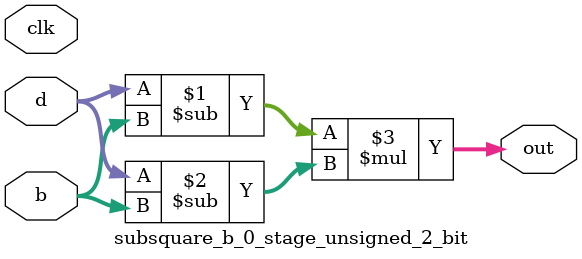
<source format=sv>
(* use_dsp = "yes" *) module subsquare_b_0_stage_unsigned_2_bit(
	input  [1:0] b,
	input  [1:0] d,
	output [1:0] out,
	input clk);

	assign out = (d - b) * (d - b);
endmodule

</source>
